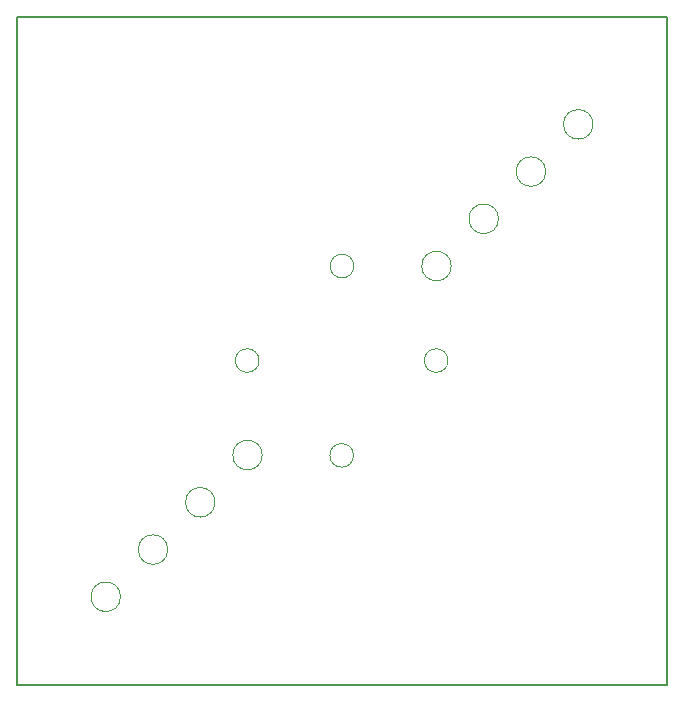
<source format=gbr>
G04 #@! TF.FileFunction,Profile,NP*
%FSLAX46Y46*%
G04 Gerber Fmt 4.6, Leading zero omitted, Abs format (unit mm)*
G04 Created by KiCad (PCBNEW 4.0.6) date 07/21/17 09:20:33*
%MOMM*%
%LPD*%
G01*
G04 APERTURE LIST*
%ADD10C,0.100000*%
%ADD11C,0.001000*%
%ADD12C,0.150000*%
G04 APERTURE END LIST*
D10*
D11*
X149475700Y-113803700D02*
G75*
G03X149475700Y-113803700I-1000000J0D01*
G01*
X141475700Y-105778300D02*
G75*
G03X141475700Y-105778300I-1000000J0D01*
G01*
X157475700Y-105778300D02*
G75*
G03X157475700Y-105778300I-1000000J0D01*
G01*
X165751309Y-89778091D02*
G75*
G03X165751309Y-89778091I-1250000J0D01*
G01*
X169751409Y-85777991D02*
G75*
G03X169751409Y-85777991I-1250000J0D01*
G01*
X165751309Y-89778091D02*
G75*
G03X165751309Y-89778091I-1250000J0D01*
G01*
X161751200Y-93778200D02*
G75*
G03X161751200Y-93778200I-1250000J0D01*
G01*
X157751100Y-97778300D02*
G75*
G03X157751100Y-97778300I-1250000J0D01*
G01*
X137751000Y-117778400D02*
G75*
G03X137751000Y-117778400I-1250000J0D01*
G01*
X133750891Y-121778509D02*
G75*
G03X133750891Y-121778509I-1250000J0D01*
G01*
X169751409Y-85777991D02*
G75*
G03X169751409Y-85777991I-1250000J0D01*
G01*
X161751200Y-93778200D02*
G75*
G03X161751200Y-93778200I-1250000J0D01*
G01*
X141751100Y-113778300D02*
G75*
G03X141751100Y-113778300I-1250000J0D01*
G01*
X129750791Y-125778609D02*
G75*
G03X129750791Y-125778609I-1250000J0D01*
G01*
X141751100Y-113778300D02*
G75*
G03X141751100Y-113778300I-1250000J0D01*
G01*
D12*
X121001100Y-133278300D02*
X121001100Y-76728900D01*
D11*
X137751000Y-117778400D02*
G75*
G03X137751000Y-117778400I-1250000J0D01*
G01*
X133750891Y-121778509D02*
G75*
G03X133750891Y-121778509I-1250000J0D01*
G01*
X157751100Y-97778300D02*
G75*
G03X157751100Y-97778300I-1250000J0D01*
G01*
X149501100Y-97778300D02*
G75*
G03X149501100Y-97778300I-1000000J0D01*
G01*
D12*
X121001100Y-133278300D02*
X176001100Y-133278300D01*
X121001100Y-76728900D02*
X176001100Y-76728900D01*
D11*
X129750791Y-125778609D02*
G75*
G03X129750791Y-125778609I-1250000J0D01*
G01*
D12*
X176001100Y-133278300D02*
X176001100Y-76728900D01*
M02*

</source>
